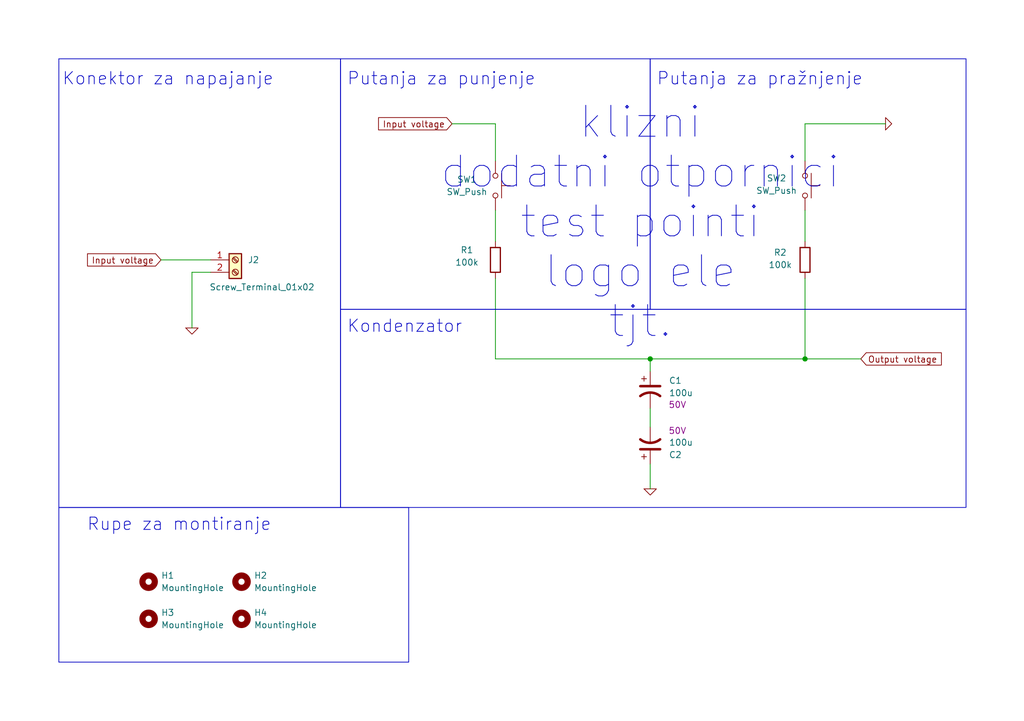
<source format=kicad_sch>
(kicad_sch (version 20231120) (generator "eeschema") (generator_version "8.0")
  (paper "A5")
  (title_block (title "Redna i paralelna otpornost") (rev "v1"))
  (lib_symbols
    (symbol "Connector:Screw_Terminal_01x02" (pin_names (offset 1.016) hide)
      (property "Reference" "J" (at 0 2.54 0))
      (property "Value" "Screw_Terminal_01x02" (at 0 -5.08 0))
      (symbol "Screw_Terminal_01x02_1_1"
        (rectangle (start -1.27 1.27) (end 1.27 -3.81) (stroke (width 0.254)) (fill (type background)))
        (circle (center 0 -2.54) (radius 0.635) (stroke (width 0.1524)))
        (polyline (pts (xy -0.5334 -2.2098) (xy 0.3302 -3.048)) (stroke (width 0.1524)))
        (polyline (pts (xy -0.5334 0.3302) (xy 0.3302 -0.508)) (stroke (width 0.1524)))
        (polyline (pts (xy -0.3556 -2.032) (xy 0.508 -2.8702)) (stroke (width 0.1524)))
        (polyline (pts (xy -0.3556 0.508) (xy 0.508 -0.3302)) (stroke (width 0.1524)))
        (circle (center 0 0) (radius 0.635) (stroke (width 0.1524)))
        (pin passive line (at -5.08 0 0) (length 3.81) (name "Pin_1") (number "1"))
        (pin passive line (at -5.08 -2.54 0) (length 3.81) (name "Pin_2") (number "2"))
      )
    )
    (symbol "Device:C_Polarized_US" (pin_numbers hide) (pin_names (offset 0.254) hide)
      (property "Reference" "C" (at 0.635 2.54 0))
      (property "Value" "C_Polarized_US" (at 0.635 -2.54 0))
      (symbol "C_Polarized_US_0_1"
        (polyline (pts (xy -2.032 0.762) (xy 2.032 0.762)) (stroke (width 0.508)))
        (polyline (pts (xy -1.778 2.286) (xy -0.762 2.286)))
        (polyline (pts (xy -1.27 1.778) (xy -1.27 2.794)))
        (arc (start 2.032 -1.27) (mid 0 -0.5572) (end -2.032 -1.27) (stroke (width 0.508)))
      )
      (symbol "C_Polarized_US_1_1"
        (pin passive line (at 0 3.81 270) (length 2.794) (name "~") (number "1"))
        (pin passive line (at 0 -3.81 90) (length 3.302) (name "~") (number "2"))
      )
    )
    (symbol "Device:R" (pin_numbers hide) (pin_names (offset 0))
      (property "Reference" "R" (at 2.032 0 90))
      (property "Value" "R" (at 0 0 90))
      (symbol "R_0_1"
        (rectangle (start -1.016 -2.54) (end 1.016 2.54) (stroke (width 0.254)))
      )
      (symbol "R_1_1"
        (pin passive line (at 0 3.81 270) (length 1.27) (name "~") (number "1"))
        (pin passive line (at 0 -3.81 90) (length 1.27) (name "~") (number "2"))
      )
    )
    (symbol "Mechanical:MountingHole" (pin_names (offset 1.016))
      (property "Reference" "H" (at 0 5.08 0))
      (property "Value" "MountingHole" (at 0 3.175 0))
      (symbol "MountingHole_0_1"
        (circle (center 0 0) (radius 1.27) (stroke (width 1.27)))
      )
    )
    (symbol "Simulation_SPICE:0" (power) (pin_names (offset 0))
      (property "Value" "0" (at 0 -1.778 0))
      (symbol "0_0_1"
        (polyline (pts (xy -1.27 0) (xy 0 -1.27) (xy 1.27 0) (xy -1.27 0)))
      )
      (symbol "0_1_1"
        (pin power_in line (at 0 0 0) (length 0) hide (name "0") (number "1"))
      )
    )
    (symbol "Switch:SW_Push" (pin_numbers hide) (pin_names (offset 1.016) hide)
      (property "Reference" "SW" (at 1.27 2.54 0))
      (property "Value" "SW_Push" (at 0 -1.524 0))
      (symbol "SW_Push_0_1"
        (circle (center -2.032 0) (radius 0.508))
        (polyline (pts (xy 0 1.27) (xy 0 3.048)))
        (polyline (pts (xy 2.54 1.27) (xy -2.54 1.27)))
        (circle (center 2.032 0) (radius 0.508))
        (pin passive line (at -5.08 0 0) (length 2.54) (name "1") (number "1"))
        (pin passive line (at 5.08 0 180) (length 2.54) (name "2") (number "2"))
      )
    )
  )
  (junction (at 165.1 73.66))
  (junction (at 133.35 73.66))
  (wire (pts (xy 165.1 57.15) (xy 165.1 73.66)))
  (wire (pts (xy 101.6 43.18) (xy 101.6 49.53)))
  (wire (pts (xy 101.6 57.15) (xy 101.6 73.66)))
  (wire (pts (xy 92.71 25.4) (xy 101.6 25.4)))
  (wire (pts (xy 165.1 73.66) (xy 176.53 73.66)))
  (wire (pts (xy 133.35 73.66) (xy 165.1 73.66)))
  (wire (pts (xy 165.1 25.4) (xy 165.1 33.02)))
  (wire (pts (xy 165.1 43.18) (xy 165.1 49.53)))
  (wire (pts (xy 39.37 55.88) (xy 43.18 55.88)))
  (wire (pts (xy 43.18 53.34) (xy 33.02 53.34)))
  (wire (pts (xy 101.6 25.4) (xy 101.6 33.02)))
  (wire (pts (xy 133.35 73.66) (xy 133.35 76.2)))
  (wire (pts (xy 39.37 55.88) (xy 39.37 67.31)))
  (wire (pts (xy 133.35 87.63) (xy 133.35 83.82)))
  (wire (pts (xy 181.61 25.4) (xy 165.1 25.4)))
  (wire (pts (xy 133.35 100.33) (xy 133.35 95.25)))
  (wire (pts (xy 133.35 73.66) (xy 101.6 73.66)))
  (rectangle (start 12.065 12.065) (end 69.85 104.14))
  (rectangle (start 12.065 104.14) (end 83.82 135.89))
  (rectangle (start 69.85 12.065) (end 133.35 63.5))
  (rectangle (start 69.85 63.5) (end 198.12 104.14))
  (rectangle (start 133.35 12.065) (end 198.12 63.5))
  (text "Putanja za pražnjenje" (at 134.62 17.78 0) (effects (font (size 2.54 2.54)) (justify left bottom)))
  (text "Rupe za montiranje\n" (at 17.78 109.22 0) (effects (font (size 2.54 2.54)) (justify left bottom)))
  (text "Kondenzator" (at 71.12 68.58 0) (effects (font (size 2.54 2.54)) (justify left bottom)))
  (text "Konektor za napajanje" (at 12.7 17.78 0) (effects (font (size 2.54 2.54)) (justify left bottom)))
  (text "Putanja za punjenje" (at 71.12 17.78 0) (effects (font (size 2.54 2.54)) (justify left bottom)))
  (text "klizni\ndodatni otpornici\ntest pointi\nlogo ele\ntjt." (at 131.318 45.72 0) (effects (font (size 6.35 6.35))))
  (global_label "Output voltage" (shape input) (at 176.53 73.66 0) (property "Intersheetrefs" "${INTERSHEET_REFS}" (effects (hide yes))))
  (global_label "Input voltage" (shape input) (at 33.02 53.34 180) (property "Intersheetrefs" "${INTERSHEET_REFS}" (effects (hide yes))))
  (global_label "Input voltage" (shape input) (at 92.71 25.4 180) (property "Intersheetrefs" "${INTERSHEET_REFS}" (effects (hide yes))))
  (symbol (lib_id "Simulation_SPICE:0") (at 39.37 67.31 0) (unit 1)
    (property "Reference" "#GND05" (effects (hide yes)))
    (property "Value" "0" (effects (hide yes)))
  )
  (symbol (lib_id "Simulation_SPICE:0") (at 133.35 100.33 0) (unit 1)
    (property "Reference" "#GND07" (effects (hide yes)))
    (property "Value" "0" (effects (hide yes)))
  )
  (symbol (lib_id "Mechanical:MountingHole") (at 30.48 127 0) (unit 1)
    (property "Reference" "H3" (at 33.02 125.73 0) (effects (justify left)))
    (property "Value" "MountingHole" (at 33.02 128.27 0) (effects (justify left)))
    (property "Footprint" "MountingHole:MountingHole_3.2mm_M3_ISO14580_Pad_TopBottom" (effects (hide yes)))
  )
  (symbol (lib_id "Switch:SW_Push") (at 101.6 38.1 270) (unit 1)
    (property "Reference" "SW1" (at 95.758 36.83 90))
    (property "Value" "SW_Push" (at 95.758 39.37 90))
    (property "Footprint" "Button_Switch_THT:SW_PUSH_6mm_H4.3mm" (effects (hide yes)))
    (property "Description" "Push button switch, generic, two pins" (effects (hide yes)))
  )
  (symbol (lib_id "Simulation_SPICE:0") (at 181.61 25.4 90) (unit 1)
    (property "Reference" "#GND01" (effects (hide yes)))
    (property "Value" "0" (effects (hide yes)))
  )
  (symbol (lib_id "Device:C_Polarized_US") (at 133.35 80.01 0) (unit 1)
    (property "Reference" "C1" (at 137.16 78.1049 0) (effects (justify left)))
    (property "Value" "100u" (at 137.16 80.6449 0) (effects (justify left)))
    (property "Footprint" "Capacitor_THT:CP_Radial_D8.0mm_P3.50mm" (effects (hide yes)))
    (property "Description" "Polarized capacitor, US symbol" (effects (hide yes)))
    (property "Voltage" "50V" (at 138.938 83.058 0))
  )
  (symbol (lib_id "Switch:SW_Push") (at 165.1 38.1 270) (unit 1)
    (property "Reference" "SW2" (at 159.258 36.576 90))
    (property "Value" "SW_Push" (at 159.258 39.116 90))
    (property "Footprint" "Button_Switch_THT:SW_PUSH_6mm_H4.3mm" (effects (hide yes)))
    (property "Description" "Push button switch, generic, two pins" (effects (hide yes)))
  )
  (symbol (lib_id "Connector:Screw_Terminal_01x02") (at 48.26 53.34 0) (unit 1) (exclude_from_sim yes)
    (property "Reference" "J2" (at 50.8 53.34 0) (effects (justify left)))
    (property "Value" "Screw_Terminal_01x02" (at 42.926 58.928 0) (effects (justify left)))
    (property "Footprint" "TerminalBlock_Phoenix:TerminalBlock_Phoenix_MKDS-1,5-2-5.08_1x02_P5.08mm_Horizontal" (effects (hide yes)))
  )
  (symbol (lib_id "Device:C_Polarized_US") (at 133.35 91.44 0) (mirror x) (unit 1)
    (property "Reference" "C2" (at 137.16 93.3451 0) (effects (justify left)))
    (property "Value" "100u" (at 137.16 90.8051 0) (effects (justify left)))
    (property "Footprint" "Capacitor_THT:CP_Radial_D8.0mm_P3.50mm" (effects (hide yes)))
    (property "Description" "Polarized capacitor, US symbol" (effects (hide yes)))
    (property "Voltage" "50V" (at 138.938 88.392 0))
  )
  (symbol (lib_id "Mechanical:MountingHole") (at 49.53 119.38 0) (unit 1)
    (property "Reference" "H2" (at 52.07 118.11 0) (effects (justify left)))
    (property "Value" "MountingHole" (at 52.07 120.65 0) (effects (justify left)))
    (property "Footprint" "MountingHole:MountingHole_3.2mm_M3_ISO14580_Pad_TopBottom" (effects (hide yes)))
  )
  (symbol (lib_id "Mechanical:MountingHole") (at 30.48 119.38 0) (unit 1)
    (property "Reference" "H1" (at 33.02 118.11 0) (effects (justify left)))
    (property "Value" "MountingHole" (at 33.02 120.65 0) (effects (justify left)))
    (property "Footprint" "MountingHole:MountingHole_3.2mm_M3_ISO14580_Pad_TopBottom" (effects (hide yes)))
  )
  (symbol (lib_id "Device:R") (at 165.1 53.34 0) (unit 1)
    (property "Reference" "R2" (at 160.02 51.816 0))
    (property "Value" "100k" (at 160.02 54.356 0))
    (property "Footprint" "Resistor_SMD:R_1206_3216Metric_Pad1.30x1.75mm_HandSolder" (effects (hide yes)))
  )
  (symbol (lib_id "Mechanical:MountingHole") (at 49.53 127 0) (unit 1)
    (property "Reference" "H4" (at 52.07 125.73 0) (effects (justify left)))
    (property "Value" "MountingHole" (at 52.07 128.27 0) (effects (justify left)))
    (property "Footprint" "MountingHole:MountingHole_3.2mm_M3_ISO14580_Pad_TopBottom" (effects (hide yes)))
  )
  (symbol (lib_id "Device:R") (at 101.6 53.34 0) (unit 1)
    (property "Reference" "R1" (at 95.758 51.308 0))
    (property "Value" "100k" (at 95.758 53.848 0))
    (property "Footprint" "Resistor_SMD:R_1206_3216Metric_Pad1.30x1.75mm_HandSolder" (effects (hide yes)))
  )
)
</source>
